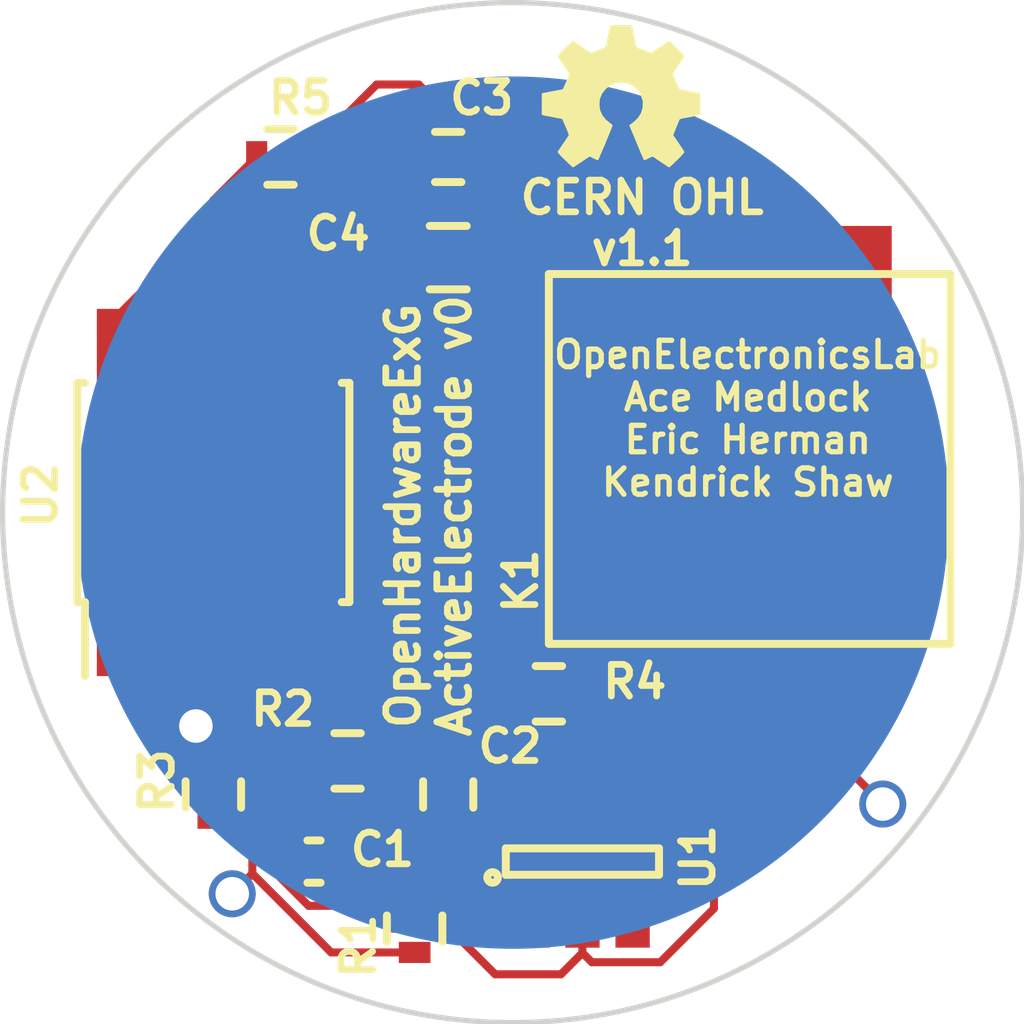
<source format=kicad_pcb>
(kicad_pcb (version 20171130) (host pcbnew "(5.1.12)-1")

  (general
    (thickness 1.6)
    (drawings 4)
    (tracks 110)
    (zones 0)
    (modules 14)
    (nets 11)
  )

  (page A3)
  (layers
    (0 F.Cu signal)
    (1 In1.Cu signal)
    (2 In2.Cu signal)
    (31 B.Cu signal)
    (34 B.Paste user)
    (35 F.Paste user hide)
    (36 B.SilkS user)
    (37 F.SilkS user)
    (38 B.Mask user)
    (39 F.Mask user)
    (44 Edge.Cuts user)
    (45 Margin user)
  )

  (setup
    (last_trace_width 0.1524)
    (trace_clearance 0.1524)
    (zone_clearance 0.254)
    (zone_45_only yes)
    (trace_min 0.1524)
    (via_size 0.889)
    (via_drill 0.635)
    (via_min_size 0.889)
    (via_min_drill 0.508)
    (uvia_size 0.508)
    (uvia_drill 0.127)
    (uvias_allowed no)
    (uvia_min_size 0.508)
    (uvia_min_drill 0.127)
    (edge_width 0.1)
    (segment_width 0.2)
    (pcb_text_width 0.3)
    (pcb_text_size 1.5 1.5)
    (mod_edge_width 0.15)
    (mod_text_size 1 1)
    (mod_text_width 0.15)
    (pad_size 16.51 16.51)
    (pad_drill 0)
    (pad_to_mask_clearance 0)
    (aux_axis_origin 0 0)
    (visible_elements 7FFEFFFF)
    (pcbplotparams
      (layerselection 0x030fc_80000007)
      (usegerberextensions true)
      (usegerberattributes true)
      (usegerberadvancedattributes true)
      (creategerberjobfile true)
      (excludeedgelayer true)
      (linewidth 0.150000)
      (plotframeref false)
      (viasonmask false)
      (mode 1)
      (useauxorigin false)
      (hpglpennumber 1)
      (hpglpenspeed 20)
      (hpglpendiameter 15.000000)
      (psnegative false)
      (psa4output false)
      (plotreference true)
      (plotvalue false)
      (plotinvisibletext false)
      (padsonsilk false)
      (subtractmaskfromsilk false)
      (outputformat 1)
      (mirror false)
      (drillshape 0)
      (scaleselection 1)
      (outputdirectory "ancillary-files/"))
  )

  (net 0 "")
  (net 1 +5V)
  (net 2 /BUFFERED_INPUT)
  (net 3 /ELECTRODE)
  (net 4 /GUARD_RING)
  (net 5 /GUARD_RING_DRIVER)
  (net 6 /GUARD_RING_FILTERED_FEEDBACK)
  (net 7 /GUARD_RING_INPUT)
  (net 8 /LINE_OUT)
  (net 9 /PROTECTED_ELECTRODE)
  (net 10 GND)

  (net_class Default "This is the default net class."
    (clearance 0.1524)
    (trace_width 0.1524)
    (via_dia 0.889)
    (via_drill 0.635)
    (uvia_dia 0.508)
    (uvia_drill 0.127)
    (add_net +5V)
    (add_net /BUFFERED_INPUT)
    (add_net /ELECTRODE)
    (add_net /GUARD_RING)
    (add_net /GUARD_RING_DRIVER)
    (add_net /GUARD_RING_FILTERED_FEEDBACK)
    (add_net /GUARD_RING_INPUT)
    (add_net /LINE_OUT)
    (add_net /PROTECTED_ELECTRODE)
    (add_net GND)
  )

  (module LOGO (layer F.Cu) (tedit 0) (tstamp 56896BBB)
    (at 103.6 43.3)
    (fp_text reference G*** (at 0 1.59004) (layer F.SilkS) hide
      (effects (font (size 0.13462 0.13462) (thickness 0.0254)))
    )
    (fp_text value LOGO (at 0 -1.59004) (layer F.SilkS) hide
      (effects (font (size 0.13462 0.13462) (thickness 0.0254)))
    )
    (fp_poly (pts (xy -0.90932 1.3462) (xy -0.89154 1.33858) (xy -0.85852 1.31572) (xy -0.80772 1.2827)
      (xy -0.7493 1.2446) (xy -0.68834 1.20396) (xy -0.64008 1.17094) (xy -0.60452 1.14808)
      (xy -0.59182 1.14046) (xy -0.5842 1.143) (xy -0.55626 1.15824) (xy -0.51562 1.17856)
      (xy -0.49022 1.19126) (xy -0.45212 1.2065) (xy -0.43434 1.21158) (xy -0.4318 1.2065)
      (xy -0.41656 1.17602) (xy -0.39624 1.12776) (xy -0.3683 1.06172) (xy -0.33528 0.98552)
      (xy -0.29972 0.90424) (xy -0.2667 0.82042) (xy -0.23368 0.74168) (xy -0.2032 0.66802)
      (xy -0.18034 0.6096) (xy -0.1651 0.56896) (xy -0.15748 0.55118) (xy -0.16002 0.54864)
      (xy -0.1778 0.53086) (xy -0.21082 0.50546) (xy -0.28194 0.44704) (xy -0.35306 0.36068)
      (xy -0.39624 0.26162) (xy -0.40894 0.14986) (xy -0.39878 0.04826) (xy -0.35814 -0.04826)
      (xy -0.28956 -0.13716) (xy -0.20574 -0.2032) (xy -0.10922 -0.24384) (xy 0 -0.25654)
      (xy 0.10414 -0.24638) (xy 0.2032 -0.20574) (xy 0.2921 -0.1397) (xy 0.3302 -0.09652)
      (xy 0.381 -0.00508) (xy 0.41148 0.0889) (xy 0.41402 0.11176) (xy 0.40894 0.21844)
      (xy 0.37846 0.32004) (xy 0.32258 0.40894) (xy 0.24638 0.4826) (xy 0.23622 0.49022)
      (xy 0.20066 0.51816) (xy 0.17526 0.53594) (xy 0.15748 0.55118) (xy 0.2921 0.87376)
      (xy 0.31242 0.92456) (xy 0.35052 1.01346) (xy 0.381 1.08966) (xy 0.40894 1.15062)
      (xy 0.42672 1.19126) (xy 0.43434 1.2065) (xy 0.44704 1.20904) (xy 0.4699 1.20142)
      (xy 0.51562 1.17856) (xy 0.5461 1.16332) (xy 0.57912 1.14808) (xy 0.59436 1.14046)
      (xy 0.6096 1.14808) (xy 0.64262 1.1684) (xy 0.68834 1.20142) (xy 0.74676 1.23952)
      (xy 0.80264 1.27762) (xy 0.85344 1.31064) (xy 0.889 1.33604) (xy 0.90678 1.34366)
      (xy 0.90932 1.34366) (xy 0.9271 1.33604) (xy 0.95504 1.31064) (xy 0.99822 1.27)
      (xy 1.06172 1.20904) (xy 1.07188 1.19888) (xy 1.12268 1.14808) (xy 1.16332 1.10236)
      (xy 1.19126 1.07188) (xy 1.20142 1.05918) (xy 1.19126 1.0414) (xy 1.1684 1.0033)
      (xy 1.13538 0.9525) (xy 1.09474 0.89154) (xy 0.98806 0.7366) (xy 1.04648 0.59182)
      (xy 1.06426 0.5461) (xy 1.08712 0.49022) (xy 1.1049 0.45212) (xy 1.11252 0.43434)
      (xy 1.1303 0.42926) (xy 1.1684 0.4191) (xy 1.22682 0.40894) (xy 1.29794 0.39624)
      (xy 1.36398 0.38354) (xy 1.4224 0.37084) (xy 1.46558 0.36322) (xy 1.4859 0.36068)
      (xy 1.49098 0.3556) (xy 1.49352 0.34798) (xy 1.49606 0.32766) (xy 1.4986 0.28956)
      (xy 1.4986 0.23368) (xy 1.4986 0.14986) (xy 1.4986 0.14224) (xy 1.4986 0.0635)
      (xy 1.49606 0) (xy 1.49352 -0.0381) (xy 1.49098 -0.05588) (xy 1.4732 -0.06096)
      (xy 1.43002 -0.06858) (xy 1.3716 -0.08128) (xy 1.30048 -0.09398) (xy 1.2954 -0.09398)
      (xy 1.22428 -0.10922) (xy 1.16586 -0.12192) (xy 1.12268 -0.12954) (xy 1.1049 -0.13716)
      (xy 1.10236 -0.14224) (xy 1.08712 -0.17018) (xy 1.0668 -0.21336) (xy 1.04394 -0.2667)
      (xy 1.02108 -0.32258) (xy 1.00076 -0.37338) (xy 0.98806 -0.40894) (xy 0.98298 -0.42672)
      (xy 0.99314 -0.4445) (xy 1.01854 -0.48006) (xy 1.0541 -0.53086) (xy 1.09474 -0.59182)
      (xy 1.09728 -0.5969) (xy 1.13792 -0.65786) (xy 1.17094 -0.70866) (xy 1.1938 -0.74422)
      (xy 1.20142 -0.75946) (xy 1.20142 -0.762) (xy 1.18872 -0.77978) (xy 1.15824 -0.8128)
      (xy 1.11252 -0.85852) (xy 1.06172 -0.91186) (xy 1.04394 -0.9271) (xy 0.98552 -0.98552)
      (xy 0.94488 -1.02108) (xy 0.91948 -1.0414) (xy 0.90932 -1.04648) (xy 0.90678 -1.04648)
      (xy 0.889 -1.03632) (xy 0.8509 -1.01092) (xy 0.8001 -0.97536) (xy 0.73914 -0.93472)
      (xy 0.7366 -0.93218) (xy 0.67564 -0.89154) (xy 0.62484 -0.85598) (xy 0.58928 -0.83312)
      (xy 0.57404 -0.8255) (xy 0.5715 -0.8255) (xy 0.54864 -0.83058) (xy 0.50546 -0.84582)
      (xy 0.45212 -0.86614) (xy 0.39624 -0.889) (xy 0.34544 -0.90932) (xy 0.30988 -0.9271)
      (xy 0.2921 -0.93726) (xy 0.28956 -0.93726) (xy 0.28448 -0.96012) (xy 0.27432 -1.00584)
      (xy 0.26162 -1.0668) (xy 0.24638 -1.14046) (xy 0.24384 -1.15062) (xy 0.23114 -1.22428)
      (xy 0.22098 -1.2827) (xy 0.21082 -1.32334) (xy 0.20828 -1.34112) (xy 0.19812 -1.34112)
      (xy 0.16256 -1.34366) (xy 0.10922 -1.3462) (xy 0.04318 -1.3462) (xy -0.02286 -1.3462)
      (xy -0.0889 -1.3462) (xy -0.14478 -1.34366) (xy -0.18542 -1.34112) (xy -0.2032 -1.33604)
      (xy -0.20828 -1.31318) (xy -0.21844 -1.27) (xy -0.23114 -1.2065) (xy -0.24638 -1.13284)
      (xy -0.24892 -1.12014) (xy -0.26162 -1.04902) (xy -0.27432 -0.9906) (xy -0.28194 -0.94996)
      (xy -0.28702 -0.93472) (xy -0.2921 -0.93218) (xy -0.32258 -0.91694) (xy -0.37084 -0.89916)
      (xy -0.42926 -0.87376) (xy -0.56642 -0.81788) (xy -0.73406 -0.93472) (xy -0.7493 -0.94488)
      (xy -0.81026 -0.98552) (xy -0.86106 -1.01854) (xy -0.89662 -1.0414) (xy -0.90932 -1.04902)
      (xy -0.91186 -1.04902) (xy -0.9271 -1.03378) (xy -0.96012 -1.0033) (xy -1.00584 -0.95758)
      (xy -1.05918 -0.90678) (xy -1.09982 -0.86614) (xy -1.14554 -0.82042) (xy -1.17348 -0.7874)
      (xy -1.19126 -0.76708) (xy -1.19634 -0.75438) (xy -1.1938 -0.74676) (xy -1.18364 -0.72898)
      (xy -1.15824 -0.69342) (xy -1.12522 -0.64008) (xy -1.08458 -0.58166) (xy -1.04902 -0.53086)
      (xy -1.01346 -0.47498) (xy -0.9906 -0.43434) (xy -0.98044 -0.41656) (xy -0.98298 -0.4064)
      (xy -0.99568 -0.37338) (xy -1.016 -0.32512) (xy -1.0414 -0.26416) (xy -1.09982 -0.13208)
      (xy -1.18618 -0.1143) (xy -1.23952 -0.10414) (xy -1.31318 -0.09144) (xy -1.3843 -0.0762)
      (xy -1.49606 -0.05588) (xy -1.4986 0.34798) (xy -1.48082 0.3556) (xy -1.46558 0.36068)
      (xy -1.42494 0.37084) (xy -1.36652 0.381) (xy -1.29794 0.3937) (xy -1.23698 0.4064)
      (xy -1.17856 0.41656) (xy -1.13538 0.42418) (xy -1.1176 0.42926) (xy -1.11252 0.43434)
      (xy -1.09728 0.46482) (xy -1.07696 0.51054) (xy -1.0541 0.56388) (xy -1.0287 0.6223)
      (xy -1.00838 0.6731) (xy -0.99314 0.71374) (xy -0.98806 0.73406) (xy -0.99568 0.7493)
      (xy -1.01854 0.78486) (xy -1.05156 0.83566) (xy -1.0922 0.89408) (xy -1.13284 0.9525)
      (xy -1.16586 1.0033) (xy -1.19126 1.03886) (xy -1.19888 1.05664) (xy -1.1938 1.0668)
      (xy -1.17094 1.09474) (xy -1.12776 1.14046) (xy -1.06172 1.2065) (xy -1.04902 1.21666)
      (xy -0.99822 1.26746) (xy -0.9525 1.3081) (xy -0.92202 1.33604) (xy -0.90932 1.3462)) (layer F.SilkS) (width 0.00254))
  )

  (module Capacitors_SMD:C_0201 (layer F.Cu) (tedit 5689670F) (tstamp 56893678)
    (at 97.79 57.785)
    (descr "Capacitor SMD 0201, reflow soldering, AVX (see smccp.pdf)")
    (tags "capacitor 0201")
    (path /562BD6F6)
    (attr smd)
    (fp_text reference C1 (at 1.2954 -0.2286) (layer F.SilkS)
      (effects (font (size 0.6 0.6) (thickness 0.127)))
    )
    (fp_text value 1nF (at 0 1.7) (layer F.Fab)
      (effects (font (size 0.6 0.6) (thickness 0.127)))
    )
    (fp_line (start -0.125 -0.4) (end 0.125 -0.4) (layer F.SilkS) (width 0.15))
    (fp_line (start 0.125 0.4) (end -0.125 0.4) (layer F.SilkS) (width 0.15))
    (fp_line (start 0.7 -0.55) (end 0.7 0.55) (layer F.CrtYd) (width 0.05))
    (fp_line (start -0.7 -0.55) (end -0.7 0.55) (layer F.CrtYd) (width 0.05))
    (fp_line (start -0.7 0.55) (end 0.7 0.55) (layer F.CrtYd) (width 0.05))
    (fp_line (start -0.7 -0.55) (end 0.7 -0.55) (layer F.CrtYd) (width 0.05))
    (pad 1 smd rect (at -0.275 0) (size 0.3 0.35) (layers F.Cu F.Paste F.Mask)
      (net 5 /GUARD_RING_DRIVER))
    (pad 2 smd rect (at 0.275 0) (size 0.3 0.35) (layers F.Cu F.Paste F.Mask)
      (net 6 /GUARD_RING_FILTERED_FEEDBACK))
    (model Capacitors_SMD.3dshapes/C_0201.wrl
      (at (xyz 0 0 0))
      (scale (xyz 1 1 1))
      (rotate (xyz 0 0 0))
    )
  )

  (module Capacitors_SMD:C_0402 (layer F.Cu) (tedit 56896D6F) (tstamp 5689367D)
    (at 100.33 56.515 270)
    (descr "Capacitor SMD 0402, reflow soldering, AVX (see smccp.pdf)")
    (tags "capacitor 0402")
    (path /562BD80D)
    (attr smd)
    (fp_text reference C2 (at -0.915 -1.17) (layer F.SilkS)
      (effects (font (size 0.6 0.6) (thickness 0.127)))
    )
    (fp_text value 1uF (at 0 1.7 270) (layer F.Fab)
      (effects (font (size 0.6 0.6) (thickness 0.127)))
    )
    (fp_line (start -0.25 0.475) (end 0.25 0.475) (layer F.SilkS) (width 0.15))
    (fp_line (start 0.25 -0.475) (end -0.25 -0.475) (layer F.SilkS) (width 0.15))
    (fp_line (start 1.15 -0.6) (end 1.15 0.6) (layer F.CrtYd) (width 0.05))
    (fp_line (start -1.15 -0.6) (end -1.15 0.6) (layer F.CrtYd) (width 0.05))
    (fp_line (start -1.15 0.6) (end 1.15 0.6) (layer F.CrtYd) (width 0.05))
    (fp_line (start -1.15 -0.6) (end 1.15 -0.6) (layer F.CrtYd) (width 0.05))
    (pad 1 smd rect (at -0.55 0 270) (size 0.6 0.5) (layers F.Cu F.Paste F.Mask)
      (net 1 +5V))
    (pad 2 smd rect (at 0.55 0 270) (size 0.6 0.5) (layers F.Cu F.Paste F.Mask)
      (net 10 GND))
    (model Capacitors_SMD.3dshapes/C_0402.wrl
      (at (xyz 0 0 0))
      (scale (xyz 1 1 1))
      (rotate (xyz 0 0 0))
    )
  )

  (module Capacitors_SMD:C_0402 (layer F.Cu) (tedit 5689667E) (tstamp 56893682)
    (at 100.33 44.45)
    (descr "Capacitor SMD 0402, reflow soldering, AVX (see smccp.pdf)")
    (tags "capacitor 0402")
    (path /562BCCA2)
    (attr smd)
    (fp_text reference C3 (at 0.635 -1.1176) (layer F.SilkS)
      (effects (font (size 0.6 0.6) (thickness 0.127)))
    )
    (fp_text value 1uF (at 0 1.7) (layer F.Fab)
      (effects (font (size 0.6 0.6) (thickness 0.127)))
    )
    (fp_line (start -0.25 0.475) (end 0.25 0.475) (layer F.SilkS) (width 0.15))
    (fp_line (start 0.25 -0.475) (end -0.25 -0.475) (layer F.SilkS) (width 0.15))
    (fp_line (start 1.15 -0.6) (end 1.15 0.6) (layer F.CrtYd) (width 0.05))
    (fp_line (start -1.15 -0.6) (end -1.15 0.6) (layer F.CrtYd) (width 0.05))
    (fp_line (start -1.15 0.6) (end 1.15 0.6) (layer F.CrtYd) (width 0.05))
    (fp_line (start -1.15 -0.6) (end 1.15 -0.6) (layer F.CrtYd) (width 0.05))
    (pad 1 smd rect (at -0.55 0) (size 0.6 0.5) (layers F.Cu F.Paste F.Mask)
      (net 1 +5V))
    (pad 2 smd rect (at 0.55 0) (size 0.6 0.5) (layers F.Cu F.Paste F.Mask)
      (net 10 GND))
    (model Capacitors_SMD.3dshapes/C_0402.wrl
      (at (xyz 0 0 0))
      (scale (xyz 1 1 1))
      (rotate (xyz 0 0 0))
    )
  )

  (module Capacitors_SMD:C_0603 (layer F.Cu) (tedit 56896734) (tstamp 56893687)
    (at 100.33 46.355)
    (descr "Capacitor SMD 0603, reflow soldering, AVX (see smccp.pdf)")
    (tags "capacitor 0603")
    (path /562BDFAA)
    (attr smd)
    (fp_text reference C4 (at -2.0828 -0.4572) (layer F.SilkS)
      (effects (font (size 0.6 0.6) (thickness 0.127)))
    )
    (fp_text value 10uF (at 0 1.9) (layer F.Fab)
      (effects (font (size 0.6 0.6) (thickness 0.127)))
    )
    (fp_line (start 0.35 0.6) (end -0.35 0.6) (layer F.SilkS) (width 0.15))
    (fp_line (start -0.35 -0.6) (end 0.35 -0.6) (layer F.SilkS) (width 0.15))
    (fp_line (start 1.45 -0.75) (end 1.45 0.75) (layer F.CrtYd) (width 0.05))
    (fp_line (start -1.45 -0.75) (end -1.45 0.75) (layer F.CrtYd) (width 0.05))
    (fp_line (start -1.45 0.75) (end 1.45 0.75) (layer F.CrtYd) (width 0.05))
    (fp_line (start -1.45 -0.75) (end 1.45 -0.75) (layer F.CrtYd) (width 0.05))
    (pad 1 smd rect (at -0.75 0) (size 0.8 0.75) (layers F.Cu F.Paste F.Mask)
      (net 1 +5V))
    (pad 2 smd rect (at 0.75 0) (size 0.8 0.75) (layers F.Cu F.Paste F.Mask)
      (net 10 GND))
    (model Capacitors_SMD.3dshapes/C_0603.wrl
      (at (xyz 0 0 0))
      (scale (xyz 1 1 1))
      (rotate (xyz 0 0 0))
    )
  )

  (module active_electrode_connectors:DF50A-3P-1H (layer F.Cu) (tedit 568966AB) (tstamp 5689368C)
    (at 102.235 50.165 90)
    (path /562BDE68)
    (fp_text reference K1 (at -2.3114 -0.5334 90) (layer F.SilkS)
      (effects (font (size 0.6 0.6) (thickness 0.127)))
    )
    (fp_text value CONN_3 (at 0 2.4 90) (layer F.Fab) hide
      (effects (font (size 0.6 0.6) (thickness 0.15)))
    )
    (fp_line (start -3.5 7.6) (end -3.5 0) (layer F.SilkS) (width 0.15))
    (fp_line (start 3.5 7.6) (end -3.5 7.6) (layer F.SilkS) (width 0.15))
    (fp_line (start 3.5 0) (end 3.5 7.6) (layer F.SilkS) (width 0.15))
    (fp_line (start -3.5 0) (end 3.5 0) (layer F.SilkS) (width 0.15))
    (pad "" smd rect (at -3.46 5.29 90) (size 1.9 2.4) (layers F.Cu F.Paste F.Mask)
      (net 4 /GUARD_RING))
    (pad 1 smd rect (at -1 0 90) (size 0.6 1.64) (layers F.Cu F.Paste F.Mask)
      (net 1 +5V))
    (pad 2 smd rect (at 0 0 90) (size 0.6 1.64) (layers F.Cu F.Paste F.Mask)
      (net 8 /LINE_OUT))
    (pad 3 smd rect (at 1 0 90) (size 0.6 1.64) (layers F.Cu F.Paste F.Mask)
      (net 10 GND))
    (pad "" smd rect (at 3.46 5.29 90) (size 1.9 2.4) (layers F.Cu F.Paste F.Mask)
      (net 4 /GUARD_RING))
  )

  (module electrode_pad:electrode_pad (layer B.Cu) (tedit 56897BB2) (tstamp 56893694)
    (at 101.6 50.8)
    (path /561BF6C8)
    (fp_text reference P1 (at 0.13 2.67) (layer B.SilkS) hide
      (effects (font (size 0.6 0.6) (thickness 0.127)) (justify mirror))
    )
    (fp_text value CONN_1 (at 0.59 -2.64) (layer B.SilkS) hide
      (effects (font (size 0.6 0.6) (thickness 0.127)) (justify mirror))
    )
    (pad 1 smd circle (at -0.0508 0.381) (size 16.51 16.51) (layers B.Cu B.Mask)
      (net 3 /ELECTRODE))
  )

  (module Resistors_SMD:R_0402 (layer F.Cu) (tedit 568966EF) (tstamp 56893698)
    (at 99.695 59.055 270)
    (descr "Resistor SMD 0402, reflow soldering, Vishay (see dcrcw.pdf)")
    (tags "resistor 0402")
    (path /562BD60D)
    (attr smd)
    (fp_text reference R1 (at 0.3302 1.0668 270) (layer F.SilkS)
      (effects (font (size 0.6 0.6) (thickness 0.127)))
    )
    (fp_text value 100 (at 0 1.8 270) (layer F.Fab)
      (effects (font (size 0.6 0.6) (thickness 0.127)))
    )
    (fp_line (start -0.25 0.525) (end 0.25 0.525) (layer F.SilkS) (width 0.15))
    (fp_line (start 0.25 -0.525) (end -0.25 -0.525) (layer F.SilkS) (width 0.15))
    (fp_line (start 0.95 -0.65) (end 0.95 0.65) (layer F.CrtYd) (width 0.05))
    (fp_line (start -0.95 -0.65) (end -0.95 0.65) (layer F.CrtYd) (width 0.05))
    (fp_line (start -0.95 0.65) (end 0.95 0.65) (layer F.CrtYd) (width 0.05))
    (fp_line (start -0.95 -0.65) (end 0.95 -0.65) (layer F.CrtYd) (width 0.05))
    (pad 1 smd rect (at -0.45 0 270) (size 0.4 0.6) (layers F.Cu F.Paste F.Mask)
      (net 5 /GUARD_RING_DRIVER))
    (pad 2 smd rect (at 0.45 0 270) (size 0.4 0.6) (layers F.Cu F.Paste F.Mask)
      (net 4 /GUARD_RING))
    (model Resistors_SMD.3dshapes/R_0402.wrl
      (at (xyz 0 0 0))
      (scale (xyz 1 1 1))
      (rotate (xyz 0 0 0))
    )
  )

  (module Resistors_SMD:R_0402 (layer F.Cu) (tedit 56896D5E) (tstamp 5689369D)
    (at 98.425 55.88)
    (descr "Resistor SMD 0402, reflow soldering, Vishay (see dcrcw.pdf)")
    (tags "resistor 0402")
    (path /562BD6E7)
    (attr smd)
    (fp_text reference R2 (at -1.225 -0.98) (layer F.SilkS)
      (effects (font (size 0.6 0.6) (thickness 0.127)))
    )
    (fp_text value 10k (at 0 1.8) (layer F.Fab)
      (effects (font (size 0.6 0.6) (thickness 0.127)))
    )
    (fp_line (start -0.25 0.525) (end 0.25 0.525) (layer F.SilkS) (width 0.15))
    (fp_line (start 0.25 -0.525) (end -0.25 -0.525) (layer F.SilkS) (width 0.15))
    (fp_line (start 0.95 -0.65) (end 0.95 0.65) (layer F.CrtYd) (width 0.05))
    (fp_line (start -0.95 -0.65) (end -0.95 0.65) (layer F.CrtYd) (width 0.05))
    (fp_line (start -0.95 0.65) (end 0.95 0.65) (layer F.CrtYd) (width 0.05))
    (fp_line (start -0.95 -0.65) (end 0.95 -0.65) (layer F.CrtYd) (width 0.05))
    (pad 1 smd rect (at -0.45 0) (size 0.4 0.6) (layers F.Cu F.Paste F.Mask)
      (net 5 /GUARD_RING_DRIVER))
    (pad 2 smd rect (at 0.45 0) (size 0.4 0.6) (layers F.Cu F.Paste F.Mask)
      (net 6 /GUARD_RING_FILTERED_FEEDBACK))
    (model Resistors_SMD.3dshapes/R_0402.wrl
      (at (xyz 0 0 0))
      (scale (xyz 1 1 1))
      (rotate (xyz 0 0 0))
    )
  )

  (module Resistors_SMD:R_0402 (layer F.Cu) (tedit 56896706) (tstamp 568936A2)
    (at 95.885 56.515 270)
    (descr "Resistor SMD 0402, reflow soldering, Vishay (see dcrcw.pdf)")
    (tags "resistor 0402")
    (path /562BCC14)
    (attr smd)
    (fp_text reference R3 (at -0.254 1.0668 270) (layer F.SilkS)
      (effects (font (size 0.6 0.6) (thickness 0.127)))
    )
    (fp_text value 100 (at 0 1.8 270) (layer F.Fab)
      (effects (font (size 0.6 0.6) (thickness 0.127)))
    )
    (fp_line (start -0.25 0.525) (end 0.25 0.525) (layer F.SilkS) (width 0.15))
    (fp_line (start 0.25 -0.525) (end -0.25 -0.525) (layer F.SilkS) (width 0.15))
    (fp_line (start 0.95 -0.65) (end 0.95 0.65) (layer F.CrtYd) (width 0.05))
    (fp_line (start -0.95 -0.65) (end -0.95 0.65) (layer F.CrtYd) (width 0.05))
    (fp_line (start -0.95 0.65) (end 0.95 0.65) (layer F.CrtYd) (width 0.05))
    (fp_line (start -0.95 -0.65) (end 0.95 -0.65) (layer F.CrtYd) (width 0.05))
    (pad 1 smd rect (at -0.45 0 270) (size 0.4 0.6) (layers F.Cu F.Paste F.Mask)
      (net 3 /ELECTRODE))
    (pad 2 smd rect (at 0.45 0 270) (size 0.4 0.6) (layers F.Cu F.Paste F.Mask)
      (net 9 /PROTECTED_ELECTRODE))
    (model Resistors_SMD.3dshapes/R_0402.wrl
      (at (xyz 0 0 0))
      (scale (xyz 1 1 1))
      (rotate (xyz 0 0 0))
    )
  )

  (module Resistors_SMD:R_0402 (layer F.Cu) (tedit 568966D2) (tstamp 568936A7)
    (at 102.235 54.61 180)
    (descr "Resistor SMD 0402, reflow soldering, Vishay (see dcrcw.pdf)")
    (tags "resistor 0402")
    (path /562BD99F)
    (attr smd)
    (fp_text reference R4 (at -1.6256 0.2286 180) (layer F.SilkS)
      (effects (font (size 0.6 0.6) (thickness 0.127)))
    )
    (fp_text value 10k (at 0 1.8 180) (layer F.Fab)
      (effects (font (size 0.6 0.6) (thickness 0.127)))
    )
    (fp_line (start -0.25 0.525) (end 0.25 0.525) (layer F.SilkS) (width 0.15))
    (fp_line (start 0.25 -0.525) (end -0.25 -0.525) (layer F.SilkS) (width 0.15))
    (fp_line (start 0.95 -0.65) (end 0.95 0.65) (layer F.CrtYd) (width 0.05))
    (fp_line (start -0.95 -0.65) (end -0.95 0.65) (layer F.CrtYd) (width 0.05))
    (fp_line (start -0.95 0.65) (end 0.95 0.65) (layer F.CrtYd) (width 0.05))
    (fp_line (start -0.95 -0.65) (end 0.95 -0.65) (layer F.CrtYd) (width 0.05))
    (pad 1 smd rect (at -0.45 0 180) (size 0.4 0.6) (layers F.Cu F.Paste F.Mask)
      (net 7 /GUARD_RING_INPUT))
    (pad 2 smd rect (at 0.45 0 180) (size 0.4 0.6) (layers F.Cu F.Paste F.Mask)
      (net 2 /BUFFERED_INPUT))
    (model Resistors_SMD.3dshapes/R_0402.wrl
      (at (xyz 0 0 0))
      (scale (xyz 1 1 1))
      (rotate (xyz 0 0 0))
    )
  )

  (module Resistors_SMD:R_0402 (layer F.Cu) (tedit 5689667A) (tstamp 568936AC)
    (at 97.155 44.45)
    (descr "Resistor SMD 0402, reflow soldering, Vishay (see dcrcw.pdf)")
    (tags "resistor 0402")
    (path /5634E6E4)
    (attr smd)
    (fp_text reference R5 (at 0.381 -1.1176) (layer F.SilkS)
      (effects (font (size 0.6 0.6) (thickness 0.127)))
    )
    (fp_text value 100 (at 0 1.8) (layer F.Fab)
      (effects (font (size 0.6 0.6) (thickness 0.127)))
    )
    (fp_line (start -0.25 0.525) (end 0.25 0.525) (layer F.SilkS) (width 0.15))
    (fp_line (start 0.25 -0.525) (end -0.25 -0.525) (layer F.SilkS) (width 0.15))
    (fp_line (start 0.95 -0.65) (end 0.95 0.65) (layer F.CrtYd) (width 0.05))
    (fp_line (start -0.95 -0.65) (end -0.95 0.65) (layer F.CrtYd) (width 0.05))
    (fp_line (start -0.95 0.65) (end 0.95 0.65) (layer F.CrtYd) (width 0.05))
    (fp_line (start -0.95 -0.65) (end 0.95 -0.65) (layer F.CrtYd) (width 0.05))
    (pad 1 smd rect (at -0.45 0) (size 0.4 0.6) (layers F.Cu F.Paste F.Mask)
      (net 2 /BUFFERED_INPUT))
    (pad 2 smd rect (at 0.45 0) (size 0.4 0.6) (layers F.Cu F.Paste F.Mask)
      (net 8 /LINE_OUT))
    (model Resistors_SMD.3dshapes/R_0402.wrl
      (at (xyz 0 0 0))
      (scale (xyz 1 1 1))
      (rotate (xyz 0 0 0))
    )
  )

  (module TO_SOT_Packages_SMD:SOT-23-5 (layer F.Cu) (tedit 7FFFFFFF) (tstamp 568936B1)
    (at 102.87 57.785 90)
    (descr "5-pin SOT23 package")
    (tags SOT-23-5)
    (path /562BD13E)
    (attr smd)
    (fp_text reference U1 (at 0.0762 2.1844 90) (layer F.SilkS)
      (effects (font (size 0.6 0.6) (thickness 0.127)))
    )
    (fp_text value LMP7715 (at -0.05 2.35 90) (layer F.Fab)
      (effects (font (size 0.6 0.6) (thickness 0.127)))
    )
    (fp_circle (center -0.3 -1.7) (end -0.2 -1.7) (layer F.SilkS) (width 0.15))
    (fp_line (start -0.25 -1.45) (end -0.25 1.45) (layer F.SilkS) (width 0.15))
    (fp_line (start -0.25 1.45) (end 0.25 1.45) (layer F.SilkS) (width 0.15))
    (fp_line (start 0.25 1.45) (end 0.25 -1.45) (layer F.SilkS) (width 0.15))
    (fp_line (start 0.25 -1.45) (end -0.25 -1.45) (layer F.SilkS) (width 0.15))
    (fp_line (start -1.8 1.6) (end -1.8 -1.6) (layer F.CrtYd) (width 0.05))
    (fp_line (start 1.8 1.6) (end -1.8 1.6) (layer F.CrtYd) (width 0.05))
    (fp_line (start 1.8 -1.6) (end 1.8 1.6) (layer F.CrtYd) (width 0.05))
    (fp_line (start -1.8 -1.6) (end 1.8 -1.6) (layer F.CrtYd) (width 0.05))
    (pad 1 smd rect (at -1.1 -0.95 90) (size 1.06 0.65) (layers F.Cu F.Paste F.Mask)
      (net 5 /GUARD_RING_DRIVER))
    (pad 2 smd rect (at -1.1 0 90) (size 1.06 0.65) (layers F.Cu F.Paste F.Mask)
      (net 10 GND))
    (pad 3 smd rect (at -1.1 0.95 90) (size 1.06 0.65) (layers F.Cu F.Paste F.Mask)
      (net 7 /GUARD_RING_INPUT))
    (pad 4 smd rect (at 1.1 0.95 90) (size 1.06 0.65) (layers F.Cu F.Paste F.Mask)
      (net 6 /GUARD_RING_FILTERED_FEEDBACK))
    (pad 5 smd rect (at 1.1 -0.95 90) (size 1.06 0.65) (layers F.Cu F.Paste F.Mask)
      (net 1 +5V))
    (model TO_SOT_Packages_SMD.3dshapes/SOT-23-5.wrl
      (at (xyz 0 0 0))
      (scale (xyz 1 1 1))
      (rotate (xyz 0 0 0))
    )
  )

  (module Housings_SOIC:SOIC-8_3.9x4.9mm_Pitch1.27mm (layer F.Cu) (tedit 568965EE) (tstamp 568936B9)
    (at 95.885 50.8 90)
    (descr "8-Lead Plastic Small Outline (SN) - Narrow, 3.90 mm Body [SOIC] (see Microchip Packaging Specification 00000049BS.pdf)")
    (tags "SOIC 1.27")
    (path /562BC511)
    (attr smd)
    (fp_text reference U2 (at -0.0508 -3.2766 90) (layer F.SilkS)
      (effects (font (size 0.6 0.6) (thickness 0.127)))
    )
    (fp_text value LMP7721 (at 0 3.5 90) (layer F.Fab)
      (effects (font (size 0.6 0.6) (thickness 0.127)))
    )
    (fp_line (start -2.075 -2.43) (end -3.475 -2.43) (layer F.SilkS) (width 0.15))
    (fp_line (start -2.075 2.575) (end 2.075 2.575) (layer F.SilkS) (width 0.15))
    (fp_line (start -2.075 -2.575) (end 2.075 -2.575) (layer F.SilkS) (width 0.15))
    (fp_line (start -2.075 2.575) (end -2.075 2.43) (layer F.SilkS) (width 0.15))
    (fp_line (start 2.075 2.575) (end 2.075 2.43) (layer F.SilkS) (width 0.15))
    (fp_line (start 2.075 -2.575) (end 2.075 -2.43) (layer F.SilkS) (width 0.15))
    (fp_line (start -2.075 -2.575) (end -2.075 -2.43) (layer F.SilkS) (width 0.15))
    (fp_line (start -3.75 2.75) (end 3.75 2.75) (layer F.CrtYd) (width 0.05))
    (fp_line (start -3.75 -2.75) (end 3.75 -2.75) (layer F.CrtYd) (width 0.05))
    (fp_line (start 3.75 -2.75) (end 3.75 2.75) (layer F.CrtYd) (width 0.05))
    (fp_line (start -3.75 -2.75) (end -3.75 2.75) (layer F.CrtYd) (width 0.05))
    (pad 1 smd rect (at -2.7 -1.905 90) (size 1.55 0.6) (layers F.Cu F.Paste F.Mask)
      (net 9 /PROTECTED_ELECTRODE))
    (pad 2 smd rect (at -2.7 -0.635 90) (size 1.55 0.6) (layers F.Cu F.Paste F.Mask)
      (net 4 /GUARD_RING))
    (pad 3 smd rect (at -2.7 0.635 90) (size 1.55 0.6) (layers F.Cu F.Paste F.Mask)
      (net 10 GND))
    (pad 4 smd rect (at -2.7 1.905 90) (size 1.55 0.6) (layers F.Cu F.Paste F.Mask)
      (net 2 /BUFFERED_INPUT))
    (pad 5 smd rect (at 2.7 1.905 90) (size 1.55 0.6) (layers F.Cu F.Paste F.Mask))
    (pad 6 smd rect (at 2.7 0.635 90) (size 1.55 0.6) (layers F.Cu F.Paste F.Mask)
      (net 1 +5V))
    (pad 7 smd rect (at 2.7 -0.635 90) (size 1.55 0.6) (layers F.Cu F.Paste F.Mask)
      (net 4 /GUARD_RING))
    (pad 8 smd rect (at 2.7 -1.905 90) (size 1.55 0.6) (layers F.Cu F.Paste F.Mask)
      (net 2 /BUFFERED_INPUT))
    (model Housings_SOIC.3dshapes/SOIC-8_3.9x4.9mm_Pitch1.27mm.wrl
      (at (xyz 0 0 0))
      (scale (xyz 1 1 1))
      (rotate (xyz 0 0 0))
    )
  )

  (gr_text "OpenElectronicsLab\nAce Medlock\nEric Herman\nKendrick Shaw" (at 106 49.4) (layer F.SilkS)
    (effects (font (size 0.5 0.5) (thickness 0.1)))
  )
  (gr_text "OpenHardwareExG\nActiveElectrode v0" (at 99.96 51.24 90) (layer F.SilkS)
    (effects (font (size 0.6 0.6) (thickness 0.127)))
  )
  (gr_text "CERN OHL\nv1.1" (at 104 45.7) (layer F.SilkS)
    (effects (font (size 0.6 0.6) (thickness 0.127)))
  )
  (gr_circle (center 101.5492 51.181) (end 101.5492 60.833) (layer Edge.Cuts) (width 0.1))

  (segment (start 102.235 51.165) (end 102.235 56.37) (width 0.1524) (layer F.Cu) (net 1))
  (segment (start 102.235 56.37) (end 101.92 56.685) (width 0.1524) (layer F.Cu) (net 1))
  (segment (start 100.33 55.965) (end 101.2 55.965) (width 0.1524) (layer F.Cu) (net 1))
  (segment (start 101.2 55.965) (end 101.92 56.685) (width 0.1524) (layer F.Cu) (net 1))
  (segment (start 96.52 48.1) (end 96.52 46.609) (width 0.1524) (layer F.Cu) (net 1))
  (segment (start 96.52 46.609) (end 96.774 46.355) (width 0.1524) (layer F.Cu) (net 1))
  (segment (start 96.774 46.355) (end 99.58 46.355) (width 0.1524) (layer F.Cu) (net 1))
  (segment (start 99.78 44.45) (end 99.78 46.155) (width 0.1524) (layer F.Cu) (net 1))
  (segment (start 99.78 46.155) (end 99.58 46.355) (width 0.1524) (layer F.Cu) (net 1))
  (segment (start 99.58 46.355) (end 99.58 49.7452) (width 0.1524) (layer F.Cu) (net 1))
  (segment (start 99.58 49.7452) (end 101 51.165) (width 0.1524) (layer F.Cu) (net 1))
  (segment (start 101 51.165) (end 102.235 51.165) (width 0.1524) (layer F.Cu) (net 1))
  (segment (start 95.885 47.1932) (end 95.885 47.244) (width 0.1524) (layer F.Cu) (net 2))
  (segment (start 95.885 47.1932) (end 95.885 46.6852) (width 0.1524) (layer F.Cu) (net 2))
  (segment (start 95.885 46.6852) (end 95.885 45.27) (width 0.1524) (layer F.Cu) (net 2))
  (segment (start 95.885 45.27) (end 96.705 44.45) (width 0.1524) (layer F.Cu) (net 2))
  (segment (start 101.785 54.61) (end 98.9 54.61) (width 0.1524) (layer F.Cu) (net 2))
  (segment (start 98.9 54.61) (end 97.79 53.5) (width 0.1524) (layer F.Cu) (net 2))
  (segment (start 95.885 47.244) (end 95.885 50.5714) (width 0.1524) (layer F.Cu) (net 2))
  (segment (start 95.885 50.5714) (end 97.79 52.4764) (width 0.1524) (layer F.Cu) (net 2))
  (segment (start 97.79 52.4764) (end 97.79 53.5) (width 0.1524) (layer F.Cu) (net 2))
  (segment (start 93.98 48.1) (end 93.98 47.498) (width 0.1524) (layer F.Cu) (net 2))
  (segment (start 93.98 48.1) (end 93.98 47.5488) (width 0.1524) (layer F.Cu) (net 2))
  (segment (start 93.98 47.5488) (end 94.5134 47.0154) (width 0.1524) (layer F.Cu) (net 2))
  (segment (start 94.5134 47.0154) (end 95.5548 47.0154) (width 0.1524) (layer F.Cu) (net 2))
  (segment (start 95.5548 47.0154) (end 95.885 46.6852) (width 0.1524) (layer F.Cu) (net 2))
  (segment (start 95.5548 55.2196) (end 99.5933 51.1811) (width 0.1524) (layer B.Cu) (net 3))
  (segment (start 99.5933 51.1811) (end 101.5492 51.1811) (width 0.1524) (layer B.Cu) (net 3))
  (segment (start 101.5492 51.1811) (end 101.5492 51.181) (width 0.1524) (layer B.Cu) (net 3))
  (segment (start 95.885 56.065) (end 95.885 55.5498) (width 0.1524) (layer F.Cu) (net 3))
  (segment (start 95.885 55.5498) (end 95.5548 55.2196) (width 0.1524) (layer F.Cu) (net 3))
  (via (at 95.5548 55.2196) (size 0.889) (layers F.Cu B.Cu) (net 3))
  (segment (start 107.525 46.705) (end 107.525 53.625) (width 0.1524) (layer F.Cu) (net 4))
  (segment (start 96.6233 58.0137) (end 98.1146 59.505) (width 0.1524) (layer F.Cu) (net 4))
  (segment (start 98.1146 59.505) (end 99.695 59.505) (width 0.1524) (layer F.Cu) (net 4))
  (segment (start 95.25 54.5037) (end 95.7911 54.5037) (width 0.1524) (layer F.Cu) (net 4))
  (segment (start 95.7911 54.5037) (end 96.6233 55.3359) (width 0.1524) (layer F.Cu) (net 4))
  (segment (start 96.6233 55.3359) (end 96.6233 58.0137) (width 0.1524) (layer F.Cu) (net 4))
  (segment (start 96.6233 58.0137) (end 96.2424 58.3946) (width 0.1524) (layer F.Cu) (net 4))
  (segment (start 108.5543 56.6968) (end 107.525 55.6675) (width 0.1524) (layer F.Cu) (net 4))
  (segment (start 107.525 55.6675) (end 107.525 53.625) (width 0.1524) (layer F.Cu) (net 4))
  (segment (start 96.2424 58.3946) (end 106.8565 58.3946) (width 0.1524) (layer In1.Cu) (net 4))
  (segment (start 106.8565 58.3946) (end 108.5543 56.6968) (width 0.1524) (layer In1.Cu) (net 4))
  (segment (start 95.25 53.5) (end 95.25 54.5037) (width 0.1524) (layer F.Cu) (net 4))
  (segment (start 95.25 48.1) (end 95.25 53.5) (width 0.1524) (layer F.Cu) (net 4))
  (via (at 108.5543 56.6968) (size 0.889) (layers F.Cu B.Cu) (net 4))
  (via (at 96.2424 58.3946) (size 0.889) (layers F.Cu B.Cu) (net 4))
  (segment (start 97.975 55.88) (end 97.515 56.34) (width 0.1524) (layer F.Cu) (net 5))
  (segment (start 97.515 56.34) (end 97.515 57.785) (width 0.1524) (layer F.Cu) (net 5))
  (segment (start 101.92 58.885) (end 100.795 58.885) (width 0.1524) (layer F.Cu) (net 5))
  (segment (start 100.795 58.885) (end 100.515 58.605) (width 0.1524) (layer F.Cu) (net 5))
  (segment (start 100.515 58.605) (end 99.695 58.605) (width 0.1524) (layer F.Cu) (net 5))
  (segment (start 97.515 57.785) (end 97.515 57.9672) (width 0.1524) (layer F.Cu) (net 5))
  (segment (start 97.515 57.785) (end 97.515 57.891) (width 0.1524) (layer F.Cu) (net 5))
  (segment (start 97.515 57.891) (end 97.8662 58.2422) (width 0.1524) (layer F.Cu) (net 5))
  (segment (start 97.8662 58.2422) (end 99.3322 58.2422) (width 0.1524) (layer F.Cu) (net 5))
  (segment (start 99.3322 58.2422) (end 99.695 58.605) (width 0.1524) (layer F.Cu) (net 5))
  (segment (start 103.82 56.685) (end 103.82 57.2414) (width 0.1524) (layer F.Cu) (net 6))
  (segment (start 103.82 57.2414) (end 103.505 57.5564) (width 0.1524) (layer F.Cu) (net 6))
  (segment (start 103.505 57.5564) (end 101.524 57.5564) (width 0.1524) (layer F.Cu) (net 6))
  (segment (start 101.524 57.5564) (end 101.117 57.15) (width 0.1524) (layer F.Cu) (net 6))
  (segment (start 101.117 57.15) (end 101.117 56.8198) (width 0.1524) (layer F.Cu) (net 6))
  (segment (start 101.117 56.8198) (end 100.813 56.515) (width 0.1524) (layer F.Cu) (net 6))
  (segment (start 100.813 56.515) (end 99.51 56.515) (width 0.1524) (layer F.Cu) (net 6))
  (segment (start 99.51 56.515) (end 98.875 55.88) (width 0.1524) (layer F.Cu) (net 6))
  (segment (start 98.065 57.785) (end 98.065 56.69) (width 0.1524) (layer F.Cu) (net 6))
  (segment (start 98.065 56.69) (end 98.875 55.88) (width 0.1524) (layer F.Cu) (net 6))
  (segment (start 102.685 54.61) (end 103.175 54.61) (width 0.1524) (layer F.Cu) (net 7))
  (segment (start 103.175 54.61) (end 104.546 55.9816) (width 0.1524) (layer F.Cu) (net 7))
  (segment (start 104.546 55.9816) (end 104.546 58.1586) (width 0.1524) (layer F.Cu) (net 7))
  (segment (start 104.546 58.1586) (end 103.82 58.885) (width 0.1524) (layer F.Cu) (net 7))
  (segment (start 102.235 50.165) (end 100.965 50.165) (width 0.1524) (layer F.Cu) (net 8))
  (segment (start 100.965 50.165) (end 100.33 49.53) (width 0.1524) (layer F.Cu) (net 8))
  (segment (start 100.33 49.53) (end 100.33 43.6372) (width 0.1524) (layer F.Cu) (net 8))
  (segment (start 100.33 43.6372) (end 99.7712 43.0784) (width 0.1524) (layer F.Cu) (net 8))
  (segment (start 99.7712 43.0784) (end 98.9766 43.0784) (width 0.1524) (layer F.Cu) (net 8))
  (segment (start 98.9766 43.0784) (end 97.605 44.45) (width 0.1524) (layer F.Cu) (net 8))
  (segment (start 93.98 53.5) (end 93.98 53.9242) (width 0.1524) (layer F.Cu) (net 9))
  (segment (start 93.98 53.9242) (end 94.869 54.8132) (width 0.1524) (layer F.Cu) (net 9))
  (segment (start 94.869 54.8132) (end 94.869 55.5244) (width 0.1524) (layer F.Cu) (net 9))
  (segment (start 94.869 55.5244) (end 95.3262 55.9816) (width 0.1524) (layer F.Cu) (net 9))
  (segment (start 95.3262 55.9816) (end 95.3262 56.4062) (width 0.1524) (layer F.Cu) (net 9))
  (segment (start 95.3262 56.4062) (end 95.885 56.965) (width 0.1524) (layer F.Cu) (net 9))
  (segment (start 100.88 46.13) (end 101.08 46.33) (width 0.1524) (layer F.Cu) (net 10))
  (segment (start 101.08 46.33) (end 101.08 46.355) (width 0.1524) (layer F.Cu) (net 10))
  (segment (start 100.88 46.13) (end 100.88 47.81) (width 0.1524) (layer F.Cu) (net 10))
  (segment (start 100.88 47.81) (end 102.235 49.165) (width 0.1524) (layer F.Cu) (net 10))
  (segment (start 100.88 44.45) (end 100.88 46.13) (width 0.1524) (layer F.Cu) (net 10))
  (segment (start 100.33 57.065) (end 100.423 57.065) (width 0.1524) (layer F.Cu) (net 10))
  (segment (start 100.423 57.065) (end 101.346 57.9882) (width 0.1524) (layer F.Cu) (net 10))
  (segment (start 101.346 57.9882) (end 102.514 57.9882) (width 0.1524) (layer F.Cu) (net 10))
  (segment (start 102.514 57.9882) (end 102.87 58.3438) (width 0.1524) (layer F.Cu) (net 10))
  (segment (start 102.87 58.3438) (end 102.87 58.885) (width 0.1524) (layer F.Cu) (net 10))
  (segment (start 102.87 59.5122) (end 103.048 59.69) (width 0.1524) (layer F.Cu) (net 10))
  (segment (start 103.048 59.69) (end 104.343 59.69) (width 0.1524) (layer F.Cu) (net 10))
  (segment (start 104.343 59.69) (end 105.359 58.674) (width 0.1524) (layer F.Cu) (net 10))
  (segment (start 105.359 58.674) (end 105.359 50.5714) (width 0.1524) (layer F.Cu) (net 10))
  (segment (start 105.359 50.5714) (end 103.953 49.165) (width 0.1524) (layer F.Cu) (net 10))
  (segment (start 103.953 49.165) (end 102.235 49.165) (width 0.1524) (layer F.Cu) (net 10))
  (segment (start 102.87 58.885) (end 102.87 59.5122) (width 0.1524) (layer F.Cu) (net 10))
  (segment (start 96.52 53.5) (end 96.52 54.6354) (width 0.1524) (layer F.Cu) (net 10))
  (segment (start 96.52 54.6354) (end 97.0788 55.1942) (width 0.1524) (layer F.Cu) (net 10))
  (segment (start 97.0788 55.1942) (end 97.0788 58.0136) (width 0.1524) (layer F.Cu) (net 10))
  (segment (start 97.0788 58.0136) (end 97.6884 58.6232) (width 0.1524) (layer F.Cu) (net 10))
  (segment (start 97.6884 58.6232) (end 98.8568 58.6232) (width 0.1524) (layer F.Cu) (net 10))
  (segment (start 98.8568 58.6232) (end 99.2886 59.055) (width 0.1524) (layer F.Cu) (net 10))
  (segment (start 99.2886 59.055) (end 100.355 59.055) (width 0.1524) (layer F.Cu) (net 10))
  (segment (start 100.355 59.055) (end 101.219 59.9186) (width 0.1524) (layer F.Cu) (net 10))
  (segment (start 101.219 59.9186) (end 102.464 59.9186) (width 0.1524) (layer F.Cu) (net 10))
  (segment (start 102.464 59.9186) (end 102.87 59.5122) (width 0.1524) (layer F.Cu) (net 10))

)

</source>
